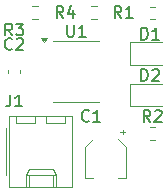
<source format=gbr>
%TF.GenerationSoftware,KiCad,Pcbnew,9.0.2*%
%TF.CreationDate,2025-10-01T12:11:13+03:00*%
%TF.ProjectId,555_flip_flop,3535355f-666c-4697-905f-666c6f702e6b,rev?*%
%TF.SameCoordinates,Original*%
%TF.FileFunction,Legend,Top*%
%TF.FilePolarity,Positive*%
%FSLAX46Y46*%
G04 Gerber Fmt 4.6, Leading zero omitted, Abs format (unit mm)*
G04 Created by KiCad (PCBNEW 9.0.2) date 2025-10-01 12:11:13*
%MOMM*%
%LPD*%
G01*
G04 APERTURE LIST*
%ADD10C,0.150000*%
%ADD11C,0.120000*%
G04 APERTURE END LIST*
D10*
X46238095Y-24304819D02*
X46238095Y-25114342D01*
X46238095Y-25114342D02*
X46285714Y-25209580D01*
X46285714Y-25209580D02*
X46333333Y-25257200D01*
X46333333Y-25257200D02*
X46428571Y-25304819D01*
X46428571Y-25304819D02*
X46619047Y-25304819D01*
X46619047Y-25304819D02*
X46714285Y-25257200D01*
X46714285Y-25257200D02*
X46761904Y-25209580D01*
X46761904Y-25209580D02*
X46809523Y-25114342D01*
X46809523Y-25114342D02*
X46809523Y-24304819D01*
X47809523Y-25304819D02*
X47238095Y-25304819D01*
X47523809Y-25304819D02*
X47523809Y-24304819D01*
X47523809Y-24304819D02*
X47428571Y-24447676D01*
X47428571Y-24447676D02*
X47333333Y-24542914D01*
X47333333Y-24542914D02*
X47238095Y-24590533D01*
X52511905Y-29054819D02*
X52511905Y-28054819D01*
X52511905Y-28054819D02*
X52750000Y-28054819D01*
X52750000Y-28054819D02*
X52892857Y-28102438D01*
X52892857Y-28102438D02*
X52988095Y-28197676D01*
X52988095Y-28197676D02*
X53035714Y-28292914D01*
X53035714Y-28292914D02*
X53083333Y-28483390D01*
X53083333Y-28483390D02*
X53083333Y-28626247D01*
X53083333Y-28626247D02*
X53035714Y-28816723D01*
X53035714Y-28816723D02*
X52988095Y-28911961D01*
X52988095Y-28911961D02*
X52892857Y-29007200D01*
X52892857Y-29007200D02*
X52750000Y-29054819D01*
X52750000Y-29054819D02*
X52511905Y-29054819D01*
X53464286Y-28150057D02*
X53511905Y-28102438D01*
X53511905Y-28102438D02*
X53607143Y-28054819D01*
X53607143Y-28054819D02*
X53845238Y-28054819D01*
X53845238Y-28054819D02*
X53940476Y-28102438D01*
X53940476Y-28102438D02*
X53988095Y-28150057D01*
X53988095Y-28150057D02*
X54035714Y-28245295D01*
X54035714Y-28245295D02*
X54035714Y-28340533D01*
X54035714Y-28340533D02*
X53988095Y-28483390D01*
X53988095Y-28483390D02*
X53416667Y-29054819D01*
X53416667Y-29054819D02*
X54035714Y-29054819D01*
X50833333Y-23704819D02*
X50500000Y-23228628D01*
X50261905Y-23704819D02*
X50261905Y-22704819D01*
X50261905Y-22704819D02*
X50642857Y-22704819D01*
X50642857Y-22704819D02*
X50738095Y-22752438D01*
X50738095Y-22752438D02*
X50785714Y-22800057D01*
X50785714Y-22800057D02*
X50833333Y-22895295D01*
X50833333Y-22895295D02*
X50833333Y-23038152D01*
X50833333Y-23038152D02*
X50785714Y-23133390D01*
X50785714Y-23133390D02*
X50738095Y-23181009D01*
X50738095Y-23181009D02*
X50642857Y-23228628D01*
X50642857Y-23228628D02*
X50261905Y-23228628D01*
X51785714Y-23704819D02*
X51214286Y-23704819D01*
X51500000Y-23704819D02*
X51500000Y-22704819D01*
X51500000Y-22704819D02*
X51404762Y-22847676D01*
X51404762Y-22847676D02*
X51309524Y-22942914D01*
X51309524Y-22942914D02*
X51214286Y-22990533D01*
X53283333Y-32524819D02*
X52950000Y-32048628D01*
X52711905Y-32524819D02*
X52711905Y-31524819D01*
X52711905Y-31524819D02*
X53092857Y-31524819D01*
X53092857Y-31524819D02*
X53188095Y-31572438D01*
X53188095Y-31572438D02*
X53235714Y-31620057D01*
X53235714Y-31620057D02*
X53283333Y-31715295D01*
X53283333Y-31715295D02*
X53283333Y-31858152D01*
X53283333Y-31858152D02*
X53235714Y-31953390D01*
X53235714Y-31953390D02*
X53188095Y-32001009D01*
X53188095Y-32001009D02*
X53092857Y-32048628D01*
X53092857Y-32048628D02*
X52711905Y-32048628D01*
X53664286Y-31620057D02*
X53711905Y-31572438D01*
X53711905Y-31572438D02*
X53807143Y-31524819D01*
X53807143Y-31524819D02*
X54045238Y-31524819D01*
X54045238Y-31524819D02*
X54140476Y-31572438D01*
X54140476Y-31572438D02*
X54188095Y-31620057D01*
X54188095Y-31620057D02*
X54235714Y-31715295D01*
X54235714Y-31715295D02*
X54235714Y-31810533D01*
X54235714Y-31810533D02*
X54188095Y-31953390D01*
X54188095Y-31953390D02*
X53616667Y-32524819D01*
X53616667Y-32524819D02*
X54235714Y-32524819D01*
X52511905Y-25554819D02*
X52511905Y-24554819D01*
X52511905Y-24554819D02*
X52750000Y-24554819D01*
X52750000Y-24554819D02*
X52892857Y-24602438D01*
X52892857Y-24602438D02*
X52988095Y-24697676D01*
X52988095Y-24697676D02*
X53035714Y-24792914D01*
X53035714Y-24792914D02*
X53083333Y-24983390D01*
X53083333Y-24983390D02*
X53083333Y-25126247D01*
X53083333Y-25126247D02*
X53035714Y-25316723D01*
X53035714Y-25316723D02*
X52988095Y-25411961D01*
X52988095Y-25411961D02*
X52892857Y-25507200D01*
X52892857Y-25507200D02*
X52750000Y-25554819D01*
X52750000Y-25554819D02*
X52511905Y-25554819D01*
X54035714Y-25554819D02*
X53464286Y-25554819D01*
X53750000Y-25554819D02*
X53750000Y-24554819D01*
X53750000Y-24554819D02*
X53654762Y-24697676D01*
X53654762Y-24697676D02*
X53559524Y-24792914D01*
X53559524Y-24792914D02*
X53464286Y-24840533D01*
X45908333Y-23704819D02*
X45575000Y-23228628D01*
X45336905Y-23704819D02*
X45336905Y-22704819D01*
X45336905Y-22704819D02*
X45717857Y-22704819D01*
X45717857Y-22704819D02*
X45813095Y-22752438D01*
X45813095Y-22752438D02*
X45860714Y-22800057D01*
X45860714Y-22800057D02*
X45908333Y-22895295D01*
X45908333Y-22895295D02*
X45908333Y-23038152D01*
X45908333Y-23038152D02*
X45860714Y-23133390D01*
X45860714Y-23133390D02*
X45813095Y-23181009D01*
X45813095Y-23181009D02*
X45717857Y-23228628D01*
X45717857Y-23228628D02*
X45336905Y-23228628D01*
X46765476Y-23038152D02*
X46765476Y-23704819D01*
X46527381Y-22657200D02*
X46289286Y-23371485D01*
X46289286Y-23371485D02*
X46908333Y-23371485D01*
X41583333Y-25204819D02*
X41250000Y-24728628D01*
X41011905Y-25204819D02*
X41011905Y-24204819D01*
X41011905Y-24204819D02*
X41392857Y-24204819D01*
X41392857Y-24204819D02*
X41488095Y-24252438D01*
X41488095Y-24252438D02*
X41535714Y-24300057D01*
X41535714Y-24300057D02*
X41583333Y-24395295D01*
X41583333Y-24395295D02*
X41583333Y-24538152D01*
X41583333Y-24538152D02*
X41535714Y-24633390D01*
X41535714Y-24633390D02*
X41488095Y-24681009D01*
X41488095Y-24681009D02*
X41392857Y-24728628D01*
X41392857Y-24728628D02*
X41011905Y-24728628D01*
X41916667Y-24204819D02*
X42535714Y-24204819D01*
X42535714Y-24204819D02*
X42202381Y-24585771D01*
X42202381Y-24585771D02*
X42345238Y-24585771D01*
X42345238Y-24585771D02*
X42440476Y-24633390D01*
X42440476Y-24633390D02*
X42488095Y-24681009D01*
X42488095Y-24681009D02*
X42535714Y-24776247D01*
X42535714Y-24776247D02*
X42535714Y-25014342D01*
X42535714Y-25014342D02*
X42488095Y-25109580D01*
X42488095Y-25109580D02*
X42440476Y-25157200D01*
X42440476Y-25157200D02*
X42345238Y-25204819D01*
X42345238Y-25204819D02*
X42059524Y-25204819D01*
X42059524Y-25204819D02*
X41964286Y-25157200D01*
X41964286Y-25157200D02*
X41916667Y-25109580D01*
X41416666Y-30204819D02*
X41416666Y-30919104D01*
X41416666Y-30919104D02*
X41369047Y-31061961D01*
X41369047Y-31061961D02*
X41273809Y-31157200D01*
X41273809Y-31157200D02*
X41130952Y-31204819D01*
X41130952Y-31204819D02*
X41035714Y-31204819D01*
X42416666Y-31204819D02*
X41845238Y-31204819D01*
X42130952Y-31204819D02*
X42130952Y-30204819D01*
X42130952Y-30204819D02*
X42035714Y-30347676D01*
X42035714Y-30347676D02*
X41940476Y-30442914D01*
X41940476Y-30442914D02*
X41845238Y-30490533D01*
X41583333Y-26334580D02*
X41535714Y-26382200D01*
X41535714Y-26382200D02*
X41392857Y-26429819D01*
X41392857Y-26429819D02*
X41297619Y-26429819D01*
X41297619Y-26429819D02*
X41154762Y-26382200D01*
X41154762Y-26382200D02*
X41059524Y-26286961D01*
X41059524Y-26286961D02*
X41011905Y-26191723D01*
X41011905Y-26191723D02*
X40964286Y-26001247D01*
X40964286Y-26001247D02*
X40964286Y-25858390D01*
X40964286Y-25858390D02*
X41011905Y-25667914D01*
X41011905Y-25667914D02*
X41059524Y-25572676D01*
X41059524Y-25572676D02*
X41154762Y-25477438D01*
X41154762Y-25477438D02*
X41297619Y-25429819D01*
X41297619Y-25429819D02*
X41392857Y-25429819D01*
X41392857Y-25429819D02*
X41535714Y-25477438D01*
X41535714Y-25477438D02*
X41583333Y-25525057D01*
X41964286Y-25525057D02*
X42011905Y-25477438D01*
X42011905Y-25477438D02*
X42107143Y-25429819D01*
X42107143Y-25429819D02*
X42345238Y-25429819D01*
X42345238Y-25429819D02*
X42440476Y-25477438D01*
X42440476Y-25477438D02*
X42488095Y-25525057D01*
X42488095Y-25525057D02*
X42535714Y-25620295D01*
X42535714Y-25620295D02*
X42535714Y-25715533D01*
X42535714Y-25715533D02*
X42488095Y-25858390D01*
X42488095Y-25858390D02*
X41916667Y-26429819D01*
X41916667Y-26429819D02*
X42535714Y-26429819D01*
X48083333Y-32409580D02*
X48035714Y-32457200D01*
X48035714Y-32457200D02*
X47892857Y-32504819D01*
X47892857Y-32504819D02*
X47797619Y-32504819D01*
X47797619Y-32504819D02*
X47654762Y-32457200D01*
X47654762Y-32457200D02*
X47559524Y-32361961D01*
X47559524Y-32361961D02*
X47511905Y-32266723D01*
X47511905Y-32266723D02*
X47464286Y-32076247D01*
X47464286Y-32076247D02*
X47464286Y-31933390D01*
X47464286Y-31933390D02*
X47511905Y-31742914D01*
X47511905Y-31742914D02*
X47559524Y-31647676D01*
X47559524Y-31647676D02*
X47654762Y-31552438D01*
X47654762Y-31552438D02*
X47797619Y-31504819D01*
X47797619Y-31504819D02*
X47892857Y-31504819D01*
X47892857Y-31504819D02*
X48035714Y-31552438D01*
X48035714Y-31552438D02*
X48083333Y-31600057D01*
X49035714Y-32504819D02*
X48464286Y-32504819D01*
X48750000Y-32504819D02*
X48750000Y-31504819D01*
X48750000Y-31504819D02*
X48654762Y-31647676D01*
X48654762Y-31647676D02*
X48559524Y-31742914D01*
X48559524Y-31742914D02*
X48464286Y-31790533D01*
D11*
%TO.C,U1*%
X44300000Y-25785000D02*
X44060000Y-25455000D01*
X44540000Y-25455000D01*
X44300000Y-25785000D01*
G36*
X44300000Y-25785000D02*
G01*
X44060000Y-25455000D01*
X44540000Y-25455000D01*
X44300000Y-25785000D01*
G37*
X47000000Y-30810000D02*
X48950000Y-30810000D01*
X47000000Y-30810000D02*
X45050000Y-30810000D01*
X47000000Y-25690000D02*
X48950000Y-25690000D01*
X47000000Y-25690000D02*
X45050000Y-25690000D01*
%TO.C,D2*%
X51565000Y-29290000D02*
X51565000Y-31210000D01*
X51565000Y-31210000D02*
X54250000Y-31210000D01*
X54250000Y-29290000D02*
X51565000Y-29290000D01*
%TO.C,R1*%
X53212742Y-23812500D02*
X53687258Y-23812500D01*
X53212742Y-22767500D02*
X53687258Y-22767500D01*
%TO.C,R2*%
X53212742Y-32977500D02*
X53687258Y-32977500D01*
X53212742Y-34022500D02*
X53687258Y-34022500D01*
%TO.C,D1*%
X51565000Y-25790000D02*
X51565000Y-27710000D01*
X51565000Y-27710000D02*
X54250000Y-27710000D01*
X54250000Y-25790000D02*
X51565000Y-25790000D01*
%TO.C,R4*%
X48262742Y-22727500D02*
X48737258Y-22727500D01*
X48262742Y-23772500D02*
X48737258Y-23772500D01*
%TO.C,R3*%
X43262742Y-22727500D02*
X43737258Y-22727500D01*
X43262742Y-23772500D02*
X43737258Y-23772500D01*
%TO.C,J1*%
X41055000Y-33020000D02*
X41055000Y-37020000D01*
X41345000Y-31990000D02*
X41345000Y-38010000D01*
X41345000Y-38010000D02*
X46645000Y-38010000D01*
X41925000Y-31990000D02*
X41925000Y-32590000D01*
X41925000Y-32590000D02*
X43525000Y-32590000D01*
X42725000Y-37010000D02*
X42975000Y-36480000D01*
X42725000Y-37010000D02*
X45265000Y-37010000D01*
X42725000Y-38010000D02*
X42725000Y-37010000D01*
X42975000Y-36480000D02*
X45015000Y-36480000D01*
X42975000Y-38010000D02*
X42975000Y-37010000D01*
X43525000Y-32590000D02*
X43525000Y-31990000D01*
X44465000Y-31990000D02*
X44465000Y-32590000D01*
X44465000Y-32590000D02*
X46065000Y-32590000D01*
X45015000Y-36480000D02*
X45265000Y-37010000D01*
X45015000Y-38010000D02*
X45015000Y-37010000D01*
X45265000Y-37010000D02*
X45265000Y-38010000D01*
X46065000Y-32590000D02*
X46065000Y-31990000D01*
X46645000Y-31990000D02*
X41345000Y-31990000D01*
X46645000Y-38010000D02*
X46645000Y-31990000D01*
%TO.C,C2*%
X41240000Y-28390580D02*
X41240000Y-28109420D01*
X42260000Y-28390580D02*
X42260000Y-28109420D01*
%TO.C,C1*%
X50935000Y-33175000D02*
X50935000Y-33550000D01*
X51122500Y-33362500D02*
X50747500Y-33362500D01*
X50560000Y-33979437D02*
X51260000Y-34679437D01*
X48440000Y-33979437D02*
X47740000Y-34679437D01*
X51260000Y-34679437D02*
X51260000Y-37310000D01*
X47740000Y-34679437D02*
X47740000Y-37310000D01*
X51260000Y-37310000D02*
X50560000Y-37310000D01*
X47740000Y-37310000D02*
X48440000Y-37310000D01*
%TD*%
M02*

</source>
